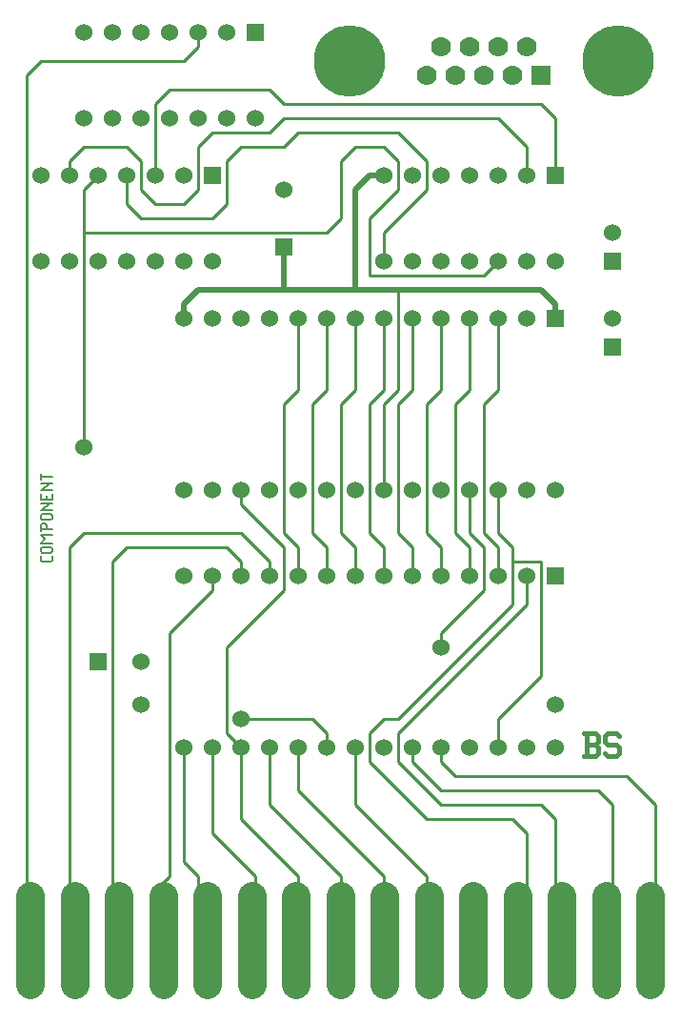
<source format=gtl>
G04 Title: (unknown), layergroup #2 *
G04 Creator: pcb 1.7.1.ALPHA *
G04 CreationDate: Thu Aug 22 10:44:03 2002 UTC *
G04 For: sgust *
G04 Format: Gerber/RS-274X *
G04 PCB-Dimensions: 2700 4200 *
G04 PCB-Coordinate-Origin: lower left *
%FSLAX23Y23*%
%MOIN*%
%LNGROUP_1*%
G04 contains layers component (3) GND-comp (4) Vcc-comp (5) *
%IPPOS*%
%LPD*%
%ADD11C,0.010*%
%ADD12C,0.020*%
%ADD13C,0.100*%
%ADD14C,0.040*%
%ADD15R,0.060X0.060*%
%ADD16R,0.110X0.110*%
%ADD17C,0.060*%
%ADD18C,0.110*%
%ADD19C,0.008*%
%ADD20R,0.090X0.090*%
%ADD21C,0.090*%
%ADD22C,0.250*%
%ADD23C,0.150*%
%ADD24R,0.070X0.070*%
%ADD25R,0.100X0.100*%
%ADD26C,0.070*%
%ADD27C,0.130*%
%ADD28C,0.030*%
%ADD29C,0.012*%
%ADD30C,0.016*%
G01X0Y0D02*
G54D11*X200Y500D02*Y3350D01*
X1800Y1550D02*X1650Y1400D01*
X1800Y1700D02*Y1550D01*
X1750Y1750D02*X1800Y1700D01*
X1750Y1900D02*Y1750D01*
X1450Y2800D02*Y2700D01*
X1600Y2950D02*X1450Y2800D01*
X1600Y3050D02*Y2950D01*
X1500Y3150D02*X1600Y3050D01*
X1150Y3150D02*X1500D01*
X1100Y3100D02*X1150Y3150D01*
X950Y3100D02*X1100D01*
X900Y3050D02*X950Y3100D01*
X900Y2900D02*Y3050D01*
X850Y2850D02*X900Y2900D01*
X600Y2850D02*X850D01*
X550Y2900D02*X600Y2850D01*
X550Y3000D02*Y2900D01*
X650Y3250D02*Y3000D01*
X700Y3300D02*X650Y3250D01*
X1050Y3300D02*X700D01*
X1100Y3250D02*X1050Y3300D01*
X2000Y3250D02*X1100D01*
X2050Y3200D02*X2000Y3250D01*
X2050Y3000D02*Y3200D01*
X1950Y3100D02*Y3000D01*
X1850Y3200D02*X1950Y3100D01*
X1100Y3200D02*X1850D01*
X1050Y3150D02*X1100Y3200D01*
X850Y3150D02*X1050D01*
X800Y3100D02*X850Y3150D01*
X800Y2950D02*Y3100D01*
X750Y2900D02*X800Y2950D01*
X650Y2900D02*X750D01*
X600Y2950D02*X650Y2900D01*
X600Y3050D02*Y2950D01*
X550Y3100D02*X600Y3050D01*
X400Y3100D02*X550D01*
X350Y3050D02*X400Y3100D01*
X350Y3000D02*Y3050D01*
X400Y2950D02*Y2050D01*
X450Y3000D02*X400Y2950D01*
X1250Y2800D02*X400D01*
X1300Y2850D02*X1250Y2800D01*
X1300Y3050D02*Y2850D01*
X1350Y3100D02*X1300Y3050D01*
X1450Y3100D02*X1350D01*
X1500Y3050D02*X1450Y3100D01*
X1500Y2950D02*Y3050D01*
X1400Y2850D02*X1500Y2950D01*
X1400Y2650D02*Y2850D01*
X1800Y2650D02*X1400D01*
X1850Y2700D02*X1800Y2650D01*
X1450Y2200D02*Y1900D01*
X1500Y2250D02*X1450Y2200D01*
X1500Y2600D02*Y2250D01*
X1850D02*Y2500D01*
X1750Y2250D02*Y2500D01*
X1650Y2250D02*Y2500D01*
X1550Y2250D02*Y2500D01*
X1450Y2250D02*Y2500D01*
X1350Y2250D02*Y2500D01*
X1250Y2250D02*Y2500D01*
X1150Y2250D02*Y2500D01*
X2000Y1650D02*X1900D01*
X1450Y1100D02*X1400Y1050D01*
X1500Y1100D02*X1450D01*
X1900Y1500D02*X1500Y1100D01*
X1900Y1700D02*Y1500D01*
X1500Y1050D02*X1950Y1500D01*
D02*Y1600D01*
X1850Y1750D02*X1900Y1700D01*
X1850Y1900D02*Y1750D01*
X1800Y2200D02*X1850Y2250D01*
X1800Y1750D02*Y2200D01*
X1850Y1700D02*X1800Y1750D01*
X1850Y1600D02*Y1700D01*
X1700Y2200D02*X1750Y2250D01*
X1700Y1750D02*Y2200D01*
X1750Y1700D02*X1700Y1750D01*
X1750Y1600D02*Y1700D01*
X1600Y2200D02*X1650Y2250D01*
X1600Y1750D02*Y2200D01*
X1650Y1700D02*X1600Y1750D01*
X1650Y1600D02*Y1700D01*
X1500Y2200D02*X1550Y2250D01*
X1500Y1750D02*Y2200D01*
X1550Y1700D02*X1500Y1750D01*
X1550Y1600D02*Y1700D01*
X1400Y2200D02*X1450Y2250D01*
X1400Y1750D02*Y2200D01*
X1450Y1700D02*X1400Y1750D01*
X1450Y1600D02*Y1700D01*
X1300Y2200D02*X1350Y2250D01*
X1300Y1750D02*Y2200D01*
X1350Y1700D02*X1300Y1750D01*
X1350Y1600D02*Y1700D01*
X1200Y2200D02*X1250Y2250D01*
X1200Y1750D02*Y2200D01*
X1250Y1700D02*X1200Y1750D01*
X1250Y1600D02*Y1700D01*
X1100Y2200D02*X1150Y2250D01*
X1100Y1750D02*Y2200D01*
X1150Y1700D02*X1100Y1750D01*
X1150Y1600D02*Y1700D01*
X950Y1850D02*Y1900D01*
X1100Y1700D02*X950Y1850D01*
X1100Y1550D02*Y1700D01*
X900Y1350D02*X1100Y1550D01*
X900Y1050D02*Y1350D01*
X950Y1000D02*X900Y1050D01*
X1950Y700D02*Y500D01*
X1900Y750D02*X1950Y700D01*
X1600Y750D02*X1900D01*
X1400Y950D02*X1600Y750D01*
X1400Y1050D02*Y950D01*
X2050Y750D02*Y500D01*
X2000Y800D02*X2050Y750D01*
X1650Y800D02*X2000D01*
X1500Y950D02*X1650Y800D01*
X1500Y1050D02*Y950D01*
X2250Y800D02*Y500D01*
X2200Y850D02*X2250Y800D01*
X1650Y850D02*X2200D01*
X1550Y950D02*X1650Y850D01*
X1550Y1000D02*Y950D01*
X2400Y800D02*Y500D01*
X2300Y900D02*X2400Y800D01*
X1700Y900D02*X2300D01*
X1650Y950D02*X1700Y900D01*
X1650Y1000D02*Y950D01*
X2000Y1250D02*Y1650D01*
X1850Y1100D02*X2000Y1250D01*
X1850Y1000D02*Y1100D01*
X1600Y550D02*Y500D01*
X1350Y800D02*X1600Y550D01*
X1350Y1000D02*Y800D01*
X1200Y1100D02*X950D01*
X1250Y1050D02*X1200Y1100D01*
X1250Y1000D02*Y1050D01*
X1450Y550D02*Y500D01*
X1150Y850D02*X1450Y550D01*
X1150Y1000D02*Y850D01*
X1300Y550D02*Y500D01*
X1050Y800D02*X1300Y550D01*
X1050Y1000D02*Y800D01*
X1150Y550D02*Y500D01*
X950Y750D02*X1150Y550D01*
X950Y1000D02*Y750D01*
X1000Y550D02*Y500D01*
X850Y700D02*X1000Y550D01*
X850Y1000D02*Y700D01*
X800Y3450D02*Y3500D01*
X750Y3400D02*X800Y3450D01*
X250Y3400D02*X750D01*
X200Y3350D02*X250Y3400D01*
X1650Y1400D02*Y1350D01*
X350Y1700D02*Y500D01*
X400Y1750D02*X350Y1700D01*
X950Y1750D02*X400D01*
X1050Y1650D02*X950Y1750D01*
X1050Y1600D02*Y1650D01*
X500D02*Y500D01*
X550Y1700D02*X500Y1650D01*
X900Y1700D02*X550D01*
X950Y1650D02*X900Y1700D01*
X950Y1600D02*Y1650D01*
X700Y1400D02*Y550D01*
X800D02*Y500D01*
X750Y600D02*X800Y550D01*
X850Y1550D02*X700Y1400D01*
X850Y1600D02*Y1550D01*
X750Y1000D02*Y600D01*
X700Y550D02*X650Y500D01*
G04 Text: COMPONENT *
G54D19*X290Y1655D02*Y1670D01*
X285Y1650D02*X290Y1655D01*
X255Y1650D02*X285D01*
X255D02*X250Y1655D01*
D02*Y1670D01*
X255Y1683D02*X285D01*
X255D02*X250Y1688D01*
D02*Y1698D01*
D02*X255Y1703D01*
D02*X285D01*
X290Y1698D02*X285Y1703D01*
X290Y1688D02*Y1698D01*
X285Y1683D02*X290Y1688D01*
X250Y1716D02*X290D01*
X250D02*X265Y1731D01*
D02*X250Y1746D01*
D02*X290D01*
X250Y1764D02*X290D01*
X250Y1759D02*Y1779D01*
D02*X255Y1784D01*
D02*X265D01*
X270Y1779D02*X265Y1784D01*
X270Y1764D02*Y1779D01*
X255Y1797D02*X285D01*
X255D02*X250Y1802D01*
D02*Y1812D01*
D02*X255Y1817D01*
D02*X285D01*
X290Y1812D02*X285Y1817D01*
X290Y1802D02*Y1812D01*
X285Y1797D02*X290Y1802D01*
X250Y1830D02*X290D01*
X250D02*X255D01*
D02*X280Y1855D01*
X250D02*X290D01*
X270Y1868D02*Y1883D01*
X290Y1868D02*Y1888D01*
X250Y1868D02*X290D01*
X250D02*Y1888D01*
Y1901D02*X290D01*
X250D02*X255D01*
D02*X280Y1926D01*
X250D02*X290D01*
X250Y1939D02*Y1959D01*
Y1949D02*X290D01*
G04 Text: BS *
G54D30*X2150Y970D02*X2190D01*
D02*X2200Y980D01*
Y1000D02*Y980D01*
X2190Y1010D02*X2200Y1000D01*
X2160Y1010D02*X2190D01*
X2160Y1050D02*Y970D01*
X2150Y1050D02*X2190D01*
D02*X2200Y1040D01*
D02*Y1020D01*
X2190Y1010D02*X2200Y1020D01*
X2266Y1050D02*X2276Y1040D01*
X2236Y1050D02*X2266D01*
X2226Y1040D02*X2236Y1050D01*
X2226Y1040D02*Y1020D01*
D02*X2236Y1010D01*
D02*X2266D01*
D02*X2276Y1000D01*
D02*Y980D01*
X2266Y970D02*X2276Y980D01*
X2236Y970D02*X2266D01*
X2226Y980D02*X2236Y970D01*
G54D12*X1100Y2750D02*Y2600D01*
X1350Y2950D02*Y2600D01*
X1400Y3000D02*X1350Y2950D01*
X1450Y3000D02*X1400D01*
X2050Y2550D02*Y2500D01*
X2000Y2600D02*X2050Y2550D01*
X800Y2600D02*X2000D01*
X750Y2550D02*X800Y2600D01*
X750Y2500D02*Y2550D01*
G54D15*X2250Y2400D03*
G54D17*Y2500D03*
G54D15*Y2700D03*
G54D17*Y2800D03*
G54D15*X1100Y2750D03*
G54D17*Y2950D03*
G54D15*X1000Y3500D03*
G54D17*X900D03*
X800D03*
X700D03*
X600D03*
X500D03*
X400D03*
Y3200D03*
X500D03*
X600D03*
X700D03*
X800D03*
X900D03*
X1000D03*
G54D15*X2050Y2500D03*
G54D17*X1950D03*
X1850D03*
X1750D03*
X1650D03*
X1550D03*
X1450D03*
X1350D03*
X1250D03*
X1150D03*
X1050D03*
X950D03*
X850D03*
X750D03*
Y1900D03*
X850D03*
X950D03*
X1050D03*
X1150D03*
X1250D03*
X1350D03*
X1450D03*
X1550D03*
X1650D03*
X1750D03*
X1850D03*
X1950D03*
X2050D03*
G54D15*Y3000D03*
G54D17*X1950D03*
X1850D03*
X1750D03*
X1650D03*
X1550D03*
X1450D03*
Y2700D03*
X1550D03*
X1650D03*
X1750D03*
X1850D03*
X1950D03*
X2050D03*
G54D15*X850Y3000D03*
G54D17*X750D03*
X650D03*
X550D03*
X450D03*
X350D03*
X250D03*
Y2700D03*
X350D03*
X450D03*
X550D03*
X650D03*
X750D03*
X850D03*
G54D15*X450Y1300D03*
G54D17*X600D03*
G54D15*X2050Y1600D03*
G54D17*X1950D03*
X1850D03*
X1750D03*
X1650D03*
X1550D03*
X1450D03*
X1350D03*
X1250D03*
X1150D03*
X1050D03*
X950D03*
X850D03*
X750D03*
Y1000D03*
X850D03*
X950D03*
X1050D03*
X1150D03*
X1250D03*
X1350D03*
X1450D03*
X1550D03*
X1650D03*
X1750D03*
X1850D03*
X1950D03*
X2050D03*
G54D22*X2270Y3400D03*
X1330D03*
G54D24*X2000Y3350D03*
G54D26*X1950Y3450D03*
X1900Y3350D03*
X1850Y3450D03*
X1800Y3350D03*
X1750Y3450D03*
X1700Y3350D03*
X1650Y3450D03*
X1600Y3350D03*
G54D13*X215Y480D02*Y170D01*
X370Y480D02*Y170D01*
X525Y480D02*Y170D01*
X680Y480D02*Y170D01*
X835Y480D02*Y170D01*
X990Y480D02*Y170D01*
X1145Y480D02*Y170D01*
X1300Y480D02*Y170D01*
X1455Y480D02*Y170D01*
X1610Y480D02*Y170D01*
X1765Y480D02*Y170D01*
X1920Y480D02*Y170D01*
X2075Y480D02*Y170D01*
X2230Y480D02*Y170D01*
X2385Y480D02*Y170D01*
G54D17*X950Y1100D03*
X400Y2050D03*
X1650Y1350D03*
X600Y1150D03*
X2050D03*
D02*
M02*

</source>
